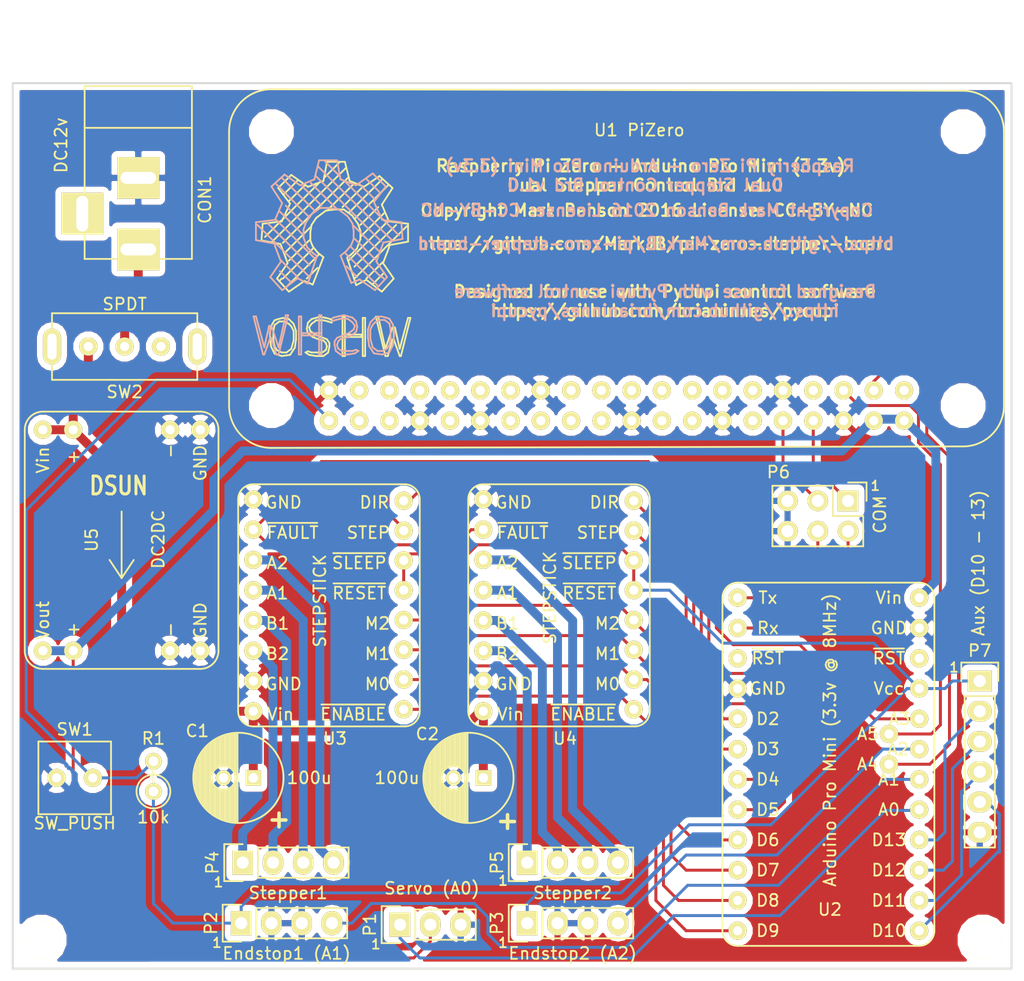
<source format=kicad_pcb>
(kicad_pcb (version 4) (host pcbnew 4.0.2-stable)
  (title_block (title "PiZero Arduino Stepper board") (date 2016-03-14) (rev v1.0) (comment 1 "Copyright Mark Benson 2016") (comment 2 "License: CC-BY-NC"))
  (layers (0 F.Cu signal) (31 B.Cu signal) (34 B.Paste user) (35 F.Paste user) (36 B.SilkS user) (37 F.SilkS user) (38 B.Mask user) (39 F.Mask user) (44 Edge.Cuts user))
  (net 0 "")
  (net 1 GND)
  (net 2 +12V)
  (net 3 "Net-(CON1-Pad3)")
  (net 4 /SERVO)
  (net 5 /VCC)
  (net 6 /ESTOP1)
  (net 7 /ESTOP2)
  (net 8 "Net-(P4-Pad1)")
  (net 9 "Net-(P4-Pad2)")
  (net 10 "Net-(P4-Pad3)")
  (net 11 "Net-(P4-Pad4)")
  (net 12 "Net-(P5-Pad1)")
  (net 13 "Net-(P5-Pad2)")
  (net 14 "Net-(P5-Pad3)")
  (net 15 "Net-(P5-Pad4)")
  (net 16 /PiTx)
  (net 17 /ArdRx)
  (net 18 /PiRx)
  (net 19 /ArdTx)
  (net 20 "Net-(U1-Pad1)")
  (net 21 "Net-(U1-Pad7)")
  (net 22 "Net-(U1-Pad11)")
  (net 23 "Net-(U1-Pad12)")
  (net 24 "Net-(U1-Pad13)")
  (net 25 "Net-(U1-Pad15)")
  (net 26 "Net-(U1-Pad16)")
  (net 27 "Net-(U1-Pad17)")
  (net 28 "Net-(U1-Pad18)")
  (net 29 "Net-(U1-Pad19)")
  (net 30 "Net-(U1-Pad21)")
  (net 31 "Net-(U1-Pad22)")
  (net 32 "Net-(U1-Pad23)")
  (net 33 "Net-(U1-Pad24)")
  (net 34 "Net-(U1-Pad26)")
  (net 35 "Net-(U1-Pad27)")
  (net 36 "Net-(U1-Pad28)")
  (net 37 "Net-(U1-Pad29)")
  (net 38 "Net-(U1-Pad31)")
  (net 39 "Net-(U1-Pad32)")
  (net 40 "Net-(U1-Pad33)")
  (net 41 "Net-(U1-Pad35)")
  (net 42 "Net-(U1-Pad36)")
  (net 43 "Net-(U1-Pad37)")
  (net 44 "Net-(U1-Pad38)")
  (net 45 "Net-(U2-Pad3)")
  (net 46 /DIR2)
  (net 47 /STEP2)
  (net 48 /DIR1)
  (net 49 /STEP1)
  (net 50 /M2)
  (net 51 /M1)
  (net 52 /M0)
  (net 53 /ENABLE)
  (net 54 /FAULT)
  (net 55 "Net-(U2-Pad22)")
  (net 56 /3v3)
  (net 57 /D10)
  (net 58 /D11)
  (net 59 /D12)
  (net 60 /D13)
  (net 61 "Net-(CON1-Pad1)")
  (net 62 /GPIO21)
  (net 63 "Net-(SW2-Pad3)")
  (net 64 /SDA)
  (net 65 /SCL)
  (module custom:BARREL_JACK (layer F.Cu) (at 103.886 71.882 270)
    (fp_text reference CON1 (at 2.032 -5.588 450) (layer F.SilkS))
    (fp_text value DC12v (at -2.54 6.477 270) (layer F.SilkS))
    (pad 1 thru_hole rect (at 6.20014 0 270) (size 3.50012 3.50012) (drill oval 1.00076 2.99974) (layers *.Cu *.Mask F.SilkS) (net 61 "Net-(CON1-Pad1)"))
    (pad 2 thru_hole rect (at 0.20066 0 270) (size 3.50012 3.50012) (drill oval 1.00076 2.99974) (layers *.Cu *.Mask F.SilkS) (net 1 GND))
    (pad 3 thru_hole rect (at 3.2004 4.699 270) (size 3.50012 3.50012) (drill oval 2.99974 1.00076) (layers *.Cu *.Mask F.SilkS) (net 3 "Net-(CON1-Pad3)"))
  )
  (module Capacitors_ThroughHole:C_Radial_D7.5_L11.2_P2.5 (layer F.Cu) (at 113.538 122.428 180)
    (fp_text reference C1 (at 4.699 3.937 360) (layer F.SilkS))
    (fp_text value 100u (at -4.699 0 180) (layer F.SilkS))
    (pad 2 thru_hole circle (at 2.5 0 180) (size 1.3 1.3) (drill 0.8) (layers *.Cu *.Mask F.SilkS) (net 1 GND))
    (pad 1 thru_hole rect (at 0 0 180) (size 1.3 1.3) (drill 0.8) (layers *.Cu *.Mask F.SilkS) (net 2 +12V))
  )
  (module Capacitors_ThroughHole:C_Radial_D7.5_L11.2_P2.5 (layer F.Cu) (at 132.842 122.428 180)
    (fp_text reference C2 (at 4.699 3.683 360) (layer F.SilkS))
    (fp_text value 100u (at 7.239 0 180) (layer F.SilkS))
    (pad 2 thru_hole circle (at 2.5 0 180) (size 1.3 1.3) (drill 0.8) (layers *.Cu *.Mask F.SilkS) (net 1 GND))
    (pad 1 thru_hole rect (at 0 0 180) (size 1.3 1.3) (drill 0.8) (layers *.Cu *.Mask F.SilkS) (net 2 +12V))
  )
  (module Pin_Headers:Pin_Header_Straight_1x03 (layer F.Cu) (at 125.857 134.747 90)
    (fp_text reference P1 (at 0 -2.54 90) (layer F.SilkS))
    (fp_text value "Servo (A0)" (at 3.048 2.667 180) (layer F.SilkS))
    (pad 1 thru_hole rect (at 0 0 90) (size 2.032 1.7272) (drill 1.016) (layers *.Cu *.Mask F.SilkS) (net 4 /SERVO))
    (pad 2 thru_hole oval (at 0 2.54 90) (size 2.032 1.7272) (drill 1.016) (layers *.Cu *.Mask F.SilkS) (net 5 /VCC))
    (pad 3 thru_hole oval (at 0 5.08 90) (size 2.032 1.7272) (drill 1.016) (layers *.Cu *.Mask F.SilkS) (net 1 GND))
  )
  (module Pin_Headers:Pin_Header_Straight_1x04 (layer F.Cu) (at 112.522 134.62 90)
    (fp_text reference P2 (at 0 -2.54 90) (layer F.SilkS))
    (fp_text value "Endstop1 (A1)" (at -2.54 3.81 180) (layer F.SilkS))
    (pad 1 thru_hole rect (at 0 0 90) (size 2.032 1.7272) (drill 1.016) (layers *.Cu *.Mask F.SilkS) (net 56 /3v3))
    (pad 2 thru_hole oval (at 0 2.54 90) (size 2.032 1.7272) (drill 1.016) (layers *.Cu *.Mask F.SilkS) (net 1 GND))
    (pad 3 thru_hole oval (at 0 5.08 90) (size 2.032 1.7272) (drill 1.016) (layers *.Cu *.Mask F.SilkS) (net 1 GND))
    (pad 4 thru_hole oval (at 0 7.62 90) (size 2.032 1.7272) (drill 1.016) (layers *.Cu *.Mask F.SilkS) (net 6 /ESTOP1))
  )
  (module Pin_Headers:Pin_Header_Straight_1x04 (layer F.Cu) (at 136.525 134.62 90)
    (fp_text reference P3 (at 0 -2.54 90) (layer F.SilkS))
    (fp_text value "Endstop2 (A2)" (at -2.54 3.81 180) (layer F.SilkS))
    (pad 1 thru_hole rect (at 0 0 90) (size 2.032 1.7272) (drill 1.016) (layers *.Cu *.Mask F.SilkS) (net 56 /3v3))
    (pad 2 thru_hole oval (at 0 2.54 90) (size 2.032 1.7272) (drill 1.016) (layers *.Cu *.Mask F.SilkS) (net 1 GND))
    (pad 3 thru_hole oval (at 0 5.08 90) (size 2.032 1.7272) (drill 1.016) (layers *.Cu *.Mask F.SilkS) (net 1 GND))
    (pad 4 thru_hole oval (at 0 7.62 90) (size 2.032 1.7272) (drill 1.016) (layers *.Cu *.Mask F.SilkS) (net 7 /ESTOP2))
  )
  (module Pin_Headers:Pin_Header_Straight_1x04 (layer F.Cu) (at 112.649 129.54 90)
    (fp_text reference P4 (at 0 -2.54 90) (layer F.SilkS))
    (fp_text value Stepper1 (at -2.54 3.81 180) (layer F.SilkS))
    (pad 1 thru_hole rect (at 0 0 90) (size 2.032 1.7272) (drill 1.016) (layers *.Cu *.Mask F.SilkS) (net 8 "Net-(P4-Pad1)"))
    (pad 2 thru_hole oval (at 0 2.54 90) (size 2.032 1.7272) (drill 1.016) (layers *.Cu *.Mask F.SilkS) (net 9 "Net-(P4-Pad2)"))
    (pad 3 thru_hole oval (at 0 5.08 90) (size 2.032 1.7272) (drill 1.016) (layers *.Cu *.Mask F.SilkS) (net 10 "Net-(P4-Pad3)"))
    (pad 4 thru_hole oval (at 0 7.62 90) (size 2.032 1.7272) (drill 1.016) (layers *.Cu *.Mask F.SilkS) (net 11 "Net-(P4-Pad4)"))
  )
  (module Pin_Headers:Pin_Header_Straight_1x04 (layer F.Cu) (at 136.525 129.54 90)
    (fp_text reference P5 (at 0 -2.54 90) (layer F.SilkS))
    (fp_text value Stepper2 (at -2.54 3.81 180) (layer F.SilkS))
    (pad 1 thru_hole rect (at 0 0 90) (size 2.032 1.7272) (drill 1.016) (layers *.Cu *.Mask F.SilkS) (net 12 "Net-(P5-Pad1)"))
    (pad 2 thru_hole oval (at 0 2.54 90) (size 2.032 1.7272) (drill 1.016) (layers *.Cu *.Mask F.SilkS) (net 13 "Net-(P5-Pad2)"))
    (pad 3 thru_hole oval (at 0 5.08 90) (size 2.032 1.7272) (drill 1.016) (layers *.Cu *.Mask F.SilkS) (net 14 "Net-(P5-Pad3)"))
    (pad 4 thru_hole oval (at 0 7.62 90) (size 2.032 1.7272) (drill 1.016) (layers *.Cu *.Mask F.SilkS) (net 15 "Net-(P5-Pad4)"))
  )
  (module custom:Stepstick (layer F.Cu) (at 120.396 106.68)
    (fp_text reference U3 (at 0 12.446) (layer F.SilkS))
    (fp_text value STEPSTICK (at -1.27 0.889 90) (layer F.SilkS))
    (fp_text user DIR (at 3.302 -7.366) (layer F.SilkS))
    (fp_text user STEP (at 2.794 -4.826) (layer F.SilkS))
    (fp_text user ~SLEEP (at 2.032 -2.286) (layer F.SilkS))
    (fp_text user ~RESET (at 2.032 0.254) (layer F.SilkS))
    (fp_text user M2 (at 3.556 2.794) (layer F.SilkS))
    (fp_text user M1 (at 3.556 5.334) (layer F.SilkS))
    (fp_text user M0 (at 3.556 7.874) (layer F.SilkS))
    (fp_text user ~ENABLE (at 1.524 10.414) (layer F.SilkS))
    (fp_text user Vin (at -4.572 10.414) (layer F.SilkS))
    (fp_text user GND (at -4.318 7.874) (layer F.SilkS))
    (fp_text user B2 (at -4.826 5.334) (layer F.SilkS))
    (fp_text user B1 (at -4.826 2.794) (layer F.SilkS))
    (fp_text user A1 (at -4.826 0.254) (layer F.SilkS))
    (fp_text user A2 (at -4.826 -2.286) (layer F.SilkS))
    (fp_text user ~FAULT (at -3.556 -4.826) (layer F.SilkS))
    (fp_text user GND (at -4.318 -7.366) (layer F.SilkS))
    (pad 1 thru_hole circle (at -6.858 -7.62) (size 1.524 1.524) (drill 0.762) (layers *.Cu *.Mask F.SilkS) (net 1 GND))
    (pad 2 thru_hole circle (at -6.858 -5.08) (size 1.524 1.524) (drill 0.762) (layers *.Cu *.Mask F.SilkS) (net 54 /FAULT))
    (pad 3 thru_hole circle (at -6.858 -2.54) (size 1.524 1.524) (drill 0.762) (layers *.Cu *.Mask F.SilkS) (net 11 "Net-(P4-Pad4)"))
    (pad 4 thru_hole circle (at -6.858 0) (size 1.524 1.524) (drill 0.762) (layers *.Cu *.Mask F.SilkS) (net 10 "Net-(P4-Pad3)"))
    (pad 5 thru_hole circle (at -6.858 2.54) (size 1.524 1.524) (drill 0.762) (layers *.Cu *.Mask F.SilkS) (net 9 "Net-(P4-Pad2)"))
    (pad 6 thru_hole circle (at -6.858 5.08) (size 1.524 1.524) (drill 0.762) (layers *.Cu *.Mask F.SilkS) (net 8 "Net-(P4-Pad1)"))
    (pad 7 thru_hole circle (at -6.858 7.62) (size 1.524 1.524) (drill 0.762) (layers *.Cu *.Mask F.SilkS) (net 1 GND))
    (pad 8 thru_hole circle (at -6.858 10.16) (size 1.524 1.524) (drill 0.762) (layers *.Cu *.Mask F.SilkS) (net 2 +12V))
    (pad 9 thru_hole circle (at 5.762 10) (size 1.524 1.524) (drill 0.762) (layers *.Cu *.Mask F.SilkS) (net 53 /ENABLE))
    (pad 10 thru_hole circle (at 5.762 7.5) (size 1.524 1.524) (drill 0.762) (layers *.Cu *.Mask F.SilkS) (net 52 /M0))
    (pad 11 thru_hole circle (at 5.762 5) (size 1.524 1.524) (drill 0.762) (layers *.Cu *.Mask F.SilkS) (net 51 /M1))
    (pad 12 thru_hole circle (at 5.762 2.5) (size 1.524 1.524) (drill 0.762) (layers *.Cu *.Mask F.SilkS) (net 50 /M2))
    (pad 13 thru_hole circle (at 5.762 0) (size 1.524 1.524) (drill 0.762) (layers *.Cu *.Mask F.SilkS) (net 56 /3v3))
    (pad 14 thru_hole circle (at 5.762 -2.5) (size 1.524 1.524) (drill 0.762) (layers *.Cu *.Mask F.SilkS) (net 56 /3v3))
    (pad 15 thru_hole circle (at 5.762 -5) (size 1.524 1.524) (drill 0.762) (layers *.Cu *.Mask F.SilkS) (net 49 /STEP1))
    (pad 16 thru_hole circle (at 5.762 -7.5) (size 1.524 1.524) (drill 0.762) (layers *.Cu *.Mask F.SilkS) (net 48 /DIR1))
  )
  (module custom:Stepstick (layer F.Cu) (at 139.7 106.68)
    (fp_text reference U4 (at 0 12.446) (layer F.SilkS))
    (fp_text value STEPSTICK (at -1.27 0.635 90) (layer F.SilkS))
    (fp_text user DIR (at 3.302 -7.366) (layer F.SilkS))
    (fp_text user STEP (at 2.794 -4.826) (layer F.SilkS))
    (fp_text user ~SLEEP (at 2.032 -2.286) (layer F.SilkS))
    (fp_text user ~RESET (at 2.032 0.254) (layer F.SilkS))
    (fp_text user M2 (at 3.556 2.794) (layer F.SilkS))
    (fp_text user M1 (at 3.556 5.334) (layer F.SilkS))
    (fp_text user M0 (at 3.556 7.874) (layer F.SilkS))
    (fp_text user ~ENABLE (at 1.524 10.414) (layer F.SilkS))
    (fp_text user Vin (at -4.572 10.414) (layer F.SilkS))
    (fp_text user GND (at -4.318 7.874) (layer F.SilkS))
    (fp_text user B2 (at -4.826 5.334) (layer F.SilkS))
    (fp_text user B1 (at -4.826 2.794) (layer F.SilkS))
    (fp_text user A1 (at -4.826 0.254) (layer F.SilkS))
    (fp_text user A2 (at -4.826 -2.286) (layer F.SilkS))
    (fp_text user ~FAULT (at -3.556 -4.826) (layer F.SilkS))
    (fp_text user GND (at -4.318 -7.366) (layer F.SilkS))
    (pad 1 thru_hole circle (at -6.858 -7.62) (size 1.524 1.524) (drill 0.762) (layers *.Cu *.Mask F.SilkS) (net 1 GND))
    (pad 2 thru_hole circle (at -6.858 -5.08) (size 1.524 1.524) (drill 0.762) (layers *.Cu *.Mask F.SilkS) (net 54 /FAULT))
    (pad 3 thru_hole circle (at -6.858 -2.54) (size 1.524 1.524) (drill 0.762) (layers *.Cu *.Mask F.SilkS) (net 15 "Net-(P5-Pad4)"))
    (pad 4 thru_hole circle (at -6.858 0) (size 1.524 1.524) (drill 0.762) (layers *.Cu *.Mask F.SilkS) (net 14 "Net-(P5-Pad3)"))
    (pad 5 thru_hole circle (at -6.858 2.54) (size 1.524 1.524) (drill 0.762) (layers *.Cu *.Mask F.SilkS) (net 13 "Net-(P5-Pad2)"))
    (pad 6 thru_hole circle (at -6.858 5.08) (size 1.524 1.524) (drill 0.762) (layers *.Cu *.Mask F.SilkS) (net 12 "Net-(P5-Pad1)"))
    (pad 7 thru_hole circle (at -6.858 7.62) (size 1.524 1.524) (drill 0.762) (layers *.Cu *.Mask F.SilkS) (net 1 GND))
    (pad 8 thru_hole circle (at -6.858 10.16) (size 1.524 1.524) (drill 0.762) (layers *.Cu *.Mask F.SilkS) (net 2 +12V))
    (pad 9 thru_hole circle (at 5.762 10) (size 1.524 1.524) (drill 0.762) (layers *.Cu *.Mask F.SilkS) (net 53 /ENABLE))
    (pad 10 thru_hole circle (at 5.762 7.5) (size 1.524 1.524) (drill 0.762) (layers *.Cu *.Mask F.SilkS) (net 52 /M0))
    (pad 11 thru_hole circle (at 5.762 5) (size 1.524 1.524) (drill 0.762) (layers *.Cu *.Mask F.SilkS) (net 51 /M1))
    (pad 12 thru_hole circle (at 5.762 2.5) (size 1.524 1.524) (drill 0.762) (layers *.Cu *.Mask F.SilkS) (net 50 /M2))
    (pad 13 thru_hole circle (at 5.762 0) (size 1.524 1.524) (drill 0.762) (layers *.Cu *.Mask F.SilkS) (net 56 /3v3))
    (pad 14 thru_hole circle (at 5.762 -2.5) (size 1.524 1.524) (drill 0.762) (layers *.Cu *.Mask F.SilkS) (net 56 /3v3))
    (pad 15 thru_hole circle (at 5.762 -5) (size 1.524 1.524) (drill 0.762) (layers *.Cu *.Mask F.SilkS) (net 47 /STEP2))
    (pad 16 thru_hole circle (at 5.762 -7.5) (size 1.524 1.524) (drill 0.762) (layers *.Cu *.Mask F.SilkS) (net 46 /DIR2))
  )
  (module custom:DSUN_DC2DC (layer F.Cu) (at 102.489 102.616 270)
    (fp_text reference U5 (at -0.1524 2.5146 270) (layer F.SilkS))
    (fp_text value DC2DC (at -0.2032 -3.0734 270) (layer F.SilkS))
    (fp_text user - (at -7.62 -4.064 270) (layer F.SilkS))
    (fp_text user - (at 7.366 -4.064 270) (layer F.SilkS))
    (fp_text user + (at 7.366 4.064 270) (layer F.SilkS))
    (fp_text user + (at -7.112 4.064 270) (layer F.SilkS))
    (fp_text user Vout (at 6.604 6.604 270) (layer F.SilkS))
    (fp_text user Vin (at -6.858 6.604 270) (layer F.SilkS))
    (fp_text user GND (at 6.604 -6.604 270) (layer F.SilkS))
    (fp_text user GND (at -6.604 -6.604 270) (layer F.SilkS))
    (pad 1 thru_hole circle (at -9.398 -6.604 270) (size 1.524 1.524) (drill 0.762) (layers *.Cu *.Mask F.SilkS) (net 1 GND))
    (pad 2 thru_hole circle (at -9.398 -4.064 270) (size 1.524 1.524) (drill 0.762) (layers *.Cu *.Mask F.SilkS) (net 1 GND))
    (pad 3 thru_hole circle (at -9.398 4.064 270) (size 1.524 1.524) (drill 0.762) (layers *.Cu *.Mask F.SilkS) (net 2 +12V))
    (pad 4 thru_hole circle (at -9.398 6.604 270) (size 1.524 1.524) (drill 0.762) (layers *.Cu *.Mask F.SilkS) (net 2 +12V))
    (pad 8 thru_hole circle (at 9.144 -6.604 270) (size 1.524 1.524) (drill 0.762) (layers *.Cu *.Mask F.SilkS) (net 1 GND))
    (pad 7 thru_hole circle (at 9.144 -4.064 270) (size 1.524 1.524) (drill 0.762) (layers *.Cu *.Mask F.SilkS) (net 1 GND))
    (pad 6 thru_hole circle (at 9.144 4.064 270) (size 1.524 1.524) (drill 0.762) (layers *.Cu *.Mask F.SilkS) (net 5 /VCC))
    (pad 5 thru_hole circle (at 9.144 6.604 270) (size 1.524 1.524) (drill 0.762) (layers *.Cu *.Mask F.SilkS) (net 5 /VCC))
  )
  (module Mounting_Holes:MountingHole_3.2mm_M3 (layer F.Cu) (at 95.758 136.017)
    (fp_text reference M3_1 hide)
    (fp_text value MountingHole_3.2mm_M3 hide)
    (pad 1 np_thru_hole circle (at 0 0) (size 3.2 3.2) (drill 3.2) (layers *.Cu *.Mask F.SilkS))
  )
  (module Mounting_Holes:MountingHole_3.2mm_M3 (layer F.Cu) (at 174.752 136.017)
    (fp_text reference M3_2 hide)
    (fp_text value MountingHole_3.2mm_M3 hide)
    (pad 1 np_thru_hole circle (at 0 0) (size 3.2 3.2) (drill 3.2) (layers *.Cu *.Mask F.SilkS))
  )
  (module Pin_Headers:Pin_Header_Straight_1x06 (layer F.Cu) (at 174.498 114.3)
    (fp_text reference P7 (at 0 -2.54 180) (layer F.SilkS))
    (fp_text value "Aux (D10 - 13)" (at -0.127 -9.906 270) (layer F.SilkS))
    (pad 1 thru_hole rect (at 0 0) (size 2.032 1.7272) (drill 1.016) (layers *.Cu *.Mask F.SilkS) (net 56 /3v3))
    (pad 2 thru_hole oval (at 0 2.54) (size 2.032 1.7272) (drill 1.016) (layers *.Cu *.Mask F.SilkS) (net 57 /D10))
    (pad 3 thru_hole oval (at 0 5.08) (size 2.032 1.7272) (drill 1.016) (layers *.Cu *.Mask F.SilkS) (net 58 /D11))
    (pad 4 thru_hole oval (at 0 7.62) (size 2.032 1.7272) (drill 1.016) (layers *.Cu *.Mask F.SilkS) (net 59 /D12))
    (pad 5 thru_hole oval (at 0 10.16) (size 2.032 1.7272) (drill 1.016) (layers *.Cu *.Mask F.SilkS) (net 60 /D13))
    (pad 6 thru_hole oval (at 0 12.7) (size 2.032 1.7272) (drill 1.016) (layers *.Cu *.Mask F.SilkS) (net 1 GND))
  )
  (module custom:TactSw (layer F.Cu) (at 98.552 122.428 180)
    (fp_text reference SW1 (at 0 4.064 180) (layer F.SilkS))
    (fp_text value SW_PUSH (at 0 -3.81 180) (layer F.SilkS))
    (pad 2 thru_hole circle (at 1.524 0 180) (size 1.524 1.524) (drill 0.762) (layers *.Cu *.Mask F.SilkS) (net 1 GND))
    (pad 1 thru_hole circle (at -1.524 0 180) (size 1.524 1.524) (drill 0.762) (layers *.Cu *.Mask F.SilkS) (net 62 /GPIO21))
  )
  (module custom:SlideSw (layer F.Cu) (at 102.743 86.233)
    (fp_text reference SW2 (at 0 3.81) (layer F.SilkS))
    (fp_text value SPDT (at 0 -3.556) (layer F.SilkS))
    (pad 5 thru_hole oval (at 6.096 0) (size 1.524 3) (drill oval 0.762 2.2) (layers *.Cu *.Mask F.SilkS))
    (pad 2 thru_hole circle (at 0 0) (size 1.524 1.524) (drill 0.762) (layers *.Cu *.Mask F.SilkS) (net 61 "Net-(CON1-Pad1)"))
    (pad 3 thru_hole circle (at 3.048 0) (size 1.524 1.524) (drill 0.762) (layers *.Cu *.Mask F.SilkS) (net 63 "Net-(SW2-Pad3)"))
    (pad 1 thru_hole circle (at -3.048 0) (size 1.524 1.524) (drill 0.762) (layers *.Cu *.Mask F.SilkS) (net 2 +12V))
    (pad 4 thru_hole oval (at -6.096 0) (size 1.524 3) (drill oval 0.762 2.2) (layers *.Cu *.Mask F.SilkS))
  )
  (module custom:Pi_Zero (layer F.Cu) (at 144.018 81.534 180)
    (fp_text reference U1 (at 0.889 13.462 180) (layer F.SilkS))
    (fp_text value PiZero (at -3.302 13.462 180) (layer F.SilkS))
    (pad 1 thru_hole circle (at -24.13 -8.382 180) (size 1.524 1.524) (drill 0.762) (layers *.Cu *.Mask F.SilkS) (net 20 "Net-(U1-Pad1)"))
    (pad 2 thru_hole circle (at -24.13 -10.922 180) (size 1.524 1.524) (drill 0.762) (layers *.Cu *.Mask F.SilkS) (net 5 /VCC))
    (pad 3 thru_hole circle (at -21.59 -8.382 180) (size 1.524 1.524) (drill 0.762) (layers *.Cu *.Mask F.SilkS) (net 64 /SDA))
    (pad 4 thru_hole circle (at -21.59 -10.922 180) (size 1.524 1.524) (drill 0.762) (layers *.Cu *.Mask F.SilkS) (net 5 /VCC))
    (pad 5 thru_hole circle (at -19.05 -8.382 180) (size 1.524 1.524) (drill 0.762) (layers *.Cu *.Mask F.SilkS) (net 65 /SCL))
    (pad 6 thru_hole circle (at -19.05 -10.922 180) (size 1.524 1.524) (drill 0.762) (layers *.Cu *.Mask F.SilkS) (net 1 GND))
    (pad 7 thru_hole circle (at -16.51 -8.382 180) (size 1.524 1.524) (drill 0.762) (layers *.Cu *.Mask F.SilkS) (net 21 "Net-(U1-Pad7)"))
    (pad 8 thru_hole circle (at -16.51 -10.922 180) (size 1.524 1.524) (drill 0.762) (layers *.Cu *.Mask F.SilkS) (net 16 /PiTx))
    (pad 9 thru_hole circle (at -13.97 -8.382 180) (size 1.524 1.524) (drill 0.762) (layers *.Cu *.Mask F.SilkS) (net 1 GND))
    (pad 10 thru_hole circle (at -13.97 -10.922 180) (size 1.524 1.524) (drill 0.762) (layers *.Cu *.Mask F.SilkS) (net 18 /PiRx))
    (pad 11 thru_hole circle (at -11.43 -8.382 180) (size 1.524 1.524) (drill 0.762) (layers *.Cu *.Mask F.SilkS) (net 22 "Net-(U1-Pad11)"))
    (pad 12 thru_hole circle (at -11.43 -10.922 180) (size 1.524 1.524) (drill 0.762) (layers *.Cu *.Mask F.SilkS) (net 23 "Net-(U1-Pad12)"))
    (pad 13 thru_hole circle (at -8.89 -8.382 180) (size 1.524 1.524) (drill 0.762) (layers *.Cu *.Mask F.SilkS) (net 24 "Net-(U1-Pad13)"))
    (pad 14 thru_hole circle (at -8.89 -10.922 180) (size 1.524 1.524) (drill 0.762) (layers *.Cu *.Mask F.SilkS) (net 1 GND))
    (pad 15 thru_hole circle (at -6.35 -8.382 180) (size 1.524 1.524) (drill 0.762) (layers *.Cu *.Mask F.SilkS) (net 25 "Net-(U1-Pad15)"))
    (pad 16 thru_hole circle (at -6.35 -10.922 180) (size 1.524 1.524) (drill 0.762) (layers *.Cu *.Mask F.SilkS) (net 26 "Net-(U1-Pad16)"))
    (pad 17 thru_hole circle (at -3.81 -8.382 180) (size 1.524 1.524) (drill 0.762) (layers *.Cu *.Mask F.SilkS) (net 27 "Net-(U1-Pad17)"))
    (pad 18 thru_hole circle (at -3.81 -10.922 180) (size 1.524 1.524) (drill 0.762) (layers *.Cu *.Mask F.SilkS) (net 28 "Net-(U1-Pad18)"))
    (pad 19 thru_hole circle (at -1.27 -8.382 180) (size 1.524 1.524) (drill 0.762) (layers *.Cu *.Mask F.SilkS) (net 29 "Net-(U1-Pad19)"))
    (pad 20 thru_hole circle (at -1.27 -10.922 180) (size 1.524 1.524) (drill 0.762) (layers *.Cu *.Mask F.SilkS) (net 1 GND))
    (pad 21 thru_hole circle (at 1.27 -8.382 180) (size 1.524 1.524) (drill 0.762) (layers *.Cu *.Mask F.SilkS) (net 30 "Net-(U1-Pad21)"))
    (pad 22 thru_hole circle (at 1.27 -10.922 180) (size 1.524 1.524) (drill 0.762) (layers *.Cu *.Mask F.SilkS) (net 31 "Net-(U1-Pad22)"))
    (pad 23 thru_hole circle (at 3.81 -8.382 180) (size 1.524 1.524) (drill 0.762) (layers *.Cu *.Mask F.SilkS) (net 32 "Net-(U1-Pad23)"))
    (pad 24 thru_hole circle (at 3.81 -10.922 180) (size 1.524 1.524) (drill 0.762) (layers *.Cu *.Mask F.SilkS) (net 33 "Net-(U1-Pad24)"))
    (pad 25 thru_hole circle (at 6.35 -8.382 180) (size 1.524 1.524) (drill 0.762) (layers *.Cu *.Mask F.SilkS) (net 1 GND))
    (pad 26 thru_hole circle (at 6.35 -10.922 180) (size 1.524 1.524) (drill 0.762) (layers *.Cu *.Mask F.SilkS) (net 34 "Net-(U1-Pad26)"))
    (pad 27 thru_hole circle (at 8.89 -8.382 180) (size 1.524 1.524) (drill 0.762) (layers *.Cu *.Mask F.SilkS) (net 35 "Net-(U1-Pad27)"))
    (pad 28 thru_hole circle (at 8.89 -10.922 180) (size 1.524 1.524) (drill 0.762) (layers *.Cu *.Mask F.SilkS) (net 36 "Net-(U1-Pad28)"))
    (pad 29 thru_hole circle (at 11.43 -8.382 180) (size 1.524 1.524) (drill 0.762) (layers *.Cu *.Mask F.SilkS) (net 37 "Net-(U1-Pad29)"))
    (pad 30 thru_hole circle (at 11.43 -10.922 180) (size 1.524 1.524) (drill 0.762) (layers *.Cu *.Mask F.SilkS) (net 1 GND))
    (pad 31 thru_hole circle (at 13.97 -8.382 180) (size 1.524 1.524) (drill 0.762) (layers *.Cu *.Mask F.SilkS) (net 38 "Net-(U1-Pad31)"))
    (pad 32 thru_hole circle (at 13.97 -10.922 180) (size 1.524 1.524) (drill 0.762) (layers *.Cu *.Mask F.SilkS) (net 39 "Net-(U1-Pad32)"))
    (pad 33 thru_hole circle (at 16.51 -8.382 180) (size 1.524 1.524) (drill 0.762) (layers *.Cu *.Mask F.SilkS) (net 40 "Net-(U1-Pad33)"))
    (pad 34 thru_hole circle (at 16.51 -10.922 180) (size 1.524 1.524) (drill 0.762) (layers *.Cu *.Mask F.SilkS) (net 1 GND))
    (pad 35 thru_hole circle (at 19.05 -8.382 180) (size 1.524 1.524) (drill 0.762) (layers *.Cu *.Mask F.SilkS) (net 41 "Net-(U1-Pad35)"))
    (pad 36 thru_hole circle (at 19.05 -10.922 180) (size 1.524 1.524) (drill 0.762) (layers *.Cu *.Mask F.SilkS) (net 42 "Net-(U1-Pad36)"))
    (pad 37 thru_hole circle (at 21.59 -8.382 180) (size 1.524 1.524) (drill 0.762) (layers *.Cu *.Mask F.SilkS) (net 43 "Net-(U1-Pad37)"))
    (pad 38 thru_hole circle (at 21.59 -10.922 180) (size 1.524 1.524) (drill 0.762) (layers *.Cu *.Mask F.SilkS) (net 44 "Net-(U1-Pad38)"))
    (pad 39 thru_hole circle (at 24.13 -8.382 180) (size 1.524 1.524) (drill 0.762) (layers *.Cu *.Mask F.SilkS) (net 1 GND))
    (pad 40 thru_hole circle (at 24.13 -10.922 180) (size 1.524 1.524) (drill 0.762) (layers *.Cu *.Mask F.SilkS) (net 62 /GPIO21))
    (pad "" np_thru_hole circle (at -29.083 -9.652 180) (size 2.75 2.75) (drill 2.75) (layers *.Cu *.Mask F.SilkS))
    (pad "" np_thru_hole circle (at 28.956 -9.652 180) (size 2.75 2.75) (drill 2.75) (layers *.Cu *.Mask F.SilkS))
    (pad "" np_thru_hole circle (at -29.083 13.335 180) (size 2.75 2.75) (drill 2.75) (layers *.Cu *.Mask F.SilkS))
    (pad "" np_thru_hole circle (at 28.956 13.335 180) (size 2.75 2.75) (drill 2.75) (layers *.Cu *.Mask F.SilkS))
  )
  (module Discret:R1 (layer F.Cu) (at 105.156 122.301 90)
    (fp_text reference R1 (at 3.175 0 180) (layer F.SilkS))
    (fp_text value 10k (at -3.429 0 180) (layer F.SilkS))
    (pad 1 thru_hole circle (at -1.27 0 90) (size 1.397 1.397) (drill 0.8128) (layers *.Cu *.Mask F.SilkS) (net 56 /3v3))
    (pad 2 thru_hole circle (at 1.27 0 90) (size 1.397 1.397) (drill 0.8128) (layers *.Cu *.Mask F.SilkS) (net 62 /GPIO21))
  )
  (module Pin_Headers:Pin_Header_Straight_2x03 (layer F.Cu) (at 163.449 99.187 270)
    (fp_text reference P6 (at -2.413 5.842 360) (layer F.SilkS))
    (fp_text value COM (at 1.143 -2.667 270) (layer F.SilkS))
    (pad 1 thru_hole rect (at 0 0 270) (size 1.7272 1.7272) (drill 1.016) (layers *.Cu *.Mask F.SilkS) (net 16 /PiTx))
    (pad 2 thru_hole oval (at 2.54 0 270) (size 1.7272 1.7272) (drill 1.016) (layers *.Cu *.Mask F.SilkS) (net 17 /ArdRx))
    (pad 3 thru_hole oval (at 0 2.54 270) (size 1.7272 1.7272) (drill 1.016) (layers *.Cu *.Mask F.SilkS) (net 18 /PiRx))
    (pad 4 thru_hole oval (at 2.54 2.54 270) (size 1.7272 1.7272) (drill 1.016) (layers *.Cu *.Mask F.SilkS) (net 19 /ArdTx))
    (pad 5 thru_hole oval (at 0 5.08 270) (size 1.7272 1.7272) (drill 1.016) (layers *.Cu *.Mask F.SilkS) (net 1 GND))
    (pad 6 thru_hole oval (at 2.54 5.08 270) (size 1.7272 1.7272) (drill 1.016) (layers *.Cu *.Mask F.SilkS) (net 1 GND))
  )
  (module custom:Arduino_Pro_Mini (layer F.Cu) (at 161.798 121.285)
    (fp_text reference U2 (at 0.127 12.192) (layer F.SilkS))
    (fp_text value Arduino_Pro_Mini_3v3_8MHz)
    (fp_text user A5 (at 3.302 -2.54) (layer F.SilkS))
    (fp_text user A4 (at 3.302 0) (layer F.SilkS))
    (fp_text user "Arduino Pro Mini (3.3v @ 8MHz)" (at 0.127 -2.032 90) (layer F.SilkS))
    (fp_text user Vin (at 5.08 -13.97) (layer F.SilkS))
    (fp_text user GND (at 5.08 -11.43) (layer F.SilkS))
    (fp_text user ~RST (at 5.08 -8.89) (layer F.SilkS))
    (fp_text user Vcc (at 5.08 -6.35) (layer F.SilkS))
    (fp_text user A3 (at 5.969 -3.81) (layer F.SilkS))
    (fp_text user A2 (at 5.842 -1.27) (layer F.SilkS))
    (fp_text user A1 (at 5.08 1.27) (layer F.SilkS))
    (fp_text user A0 (at 5.08 3.81) (layer F.SilkS))
    (fp_text user D13 (at 5.08 6.35) (layer F.SilkS))
    (fp_text user D12 (at 5.08 8.89) (layer F.SilkS))
    (fp_text user D11 (at 5.08 11.43) (layer F.SilkS))
    (fp_text user D10 (at 5.08 13.97) (layer F.SilkS))
    (fp_text user D9 (at -5.08 13.97) (layer F.SilkS))
    (fp_text user D8 (at -5.08 11.43) (layer F.SilkS))
    (fp_text user D7 (at -5.08 8.89) (layer F.SilkS))
    (fp_text user D6 (at -5.08 6.35) (layer F.SilkS))
    (fp_text user D5 (at -5.08 3.81) (layer F.SilkS))
    (fp_text user D4 (at -5.08 1.27) (layer F.SilkS))
    (fp_text user D3 (at -5.08 -1.27) (layer F.SilkS))
    (fp_text user D2 (at -5.08 -3.81) (layer F.SilkS))
    (fp_text user GND (at -5.08 -6.35) (layer F.SilkS))
    (fp_text user ~RST (at -5.08 -8.89) (layer F.SilkS))
    (fp_text user Rx (at -5.08 -11.43) (layer F.SilkS))
    (fp_text user Tx (at -5.08 -13.97) (layer F.SilkS))
    (pad 1 thru_hole circle (at -7.62 -13.97) (size 1.524 1.524) (drill 0.762) (layers *.Cu *.Mask F.SilkS) (net 19 /ArdTx))
    (pad 2 thru_hole circle (at -7.62 -11.43) (size 1.524 1.524) (drill 0.762) (layers *.Cu *.Mask F.SilkS) (net 17 /ArdRx))
    (pad 3 thru_hole circle (at -7.62 -8.89) (size 1.524 1.524) (drill 0.762) (layers *.Cu *.Mask F.SilkS) (net 45 "Net-(U2-Pad3)"))
    (pad 4 thru_hole circle (at -7.62 -6.35) (size 1.524 1.524) (drill 0.762) (layers *.Cu *.Mask F.SilkS) (net 1 GND))
    (pad 5 thru_hole circle (at -7.62 -3.81) (size 1.524 1.524) (drill 0.762) (layers *.Cu *.Mask F.SilkS) (net 46 /DIR2))
    (pad 6 thru_hole circle (at -7.62 -1.27) (size 1.524 1.524) (drill 0.762) (layers *.Cu *.Mask F.SilkS) (net 47 /STEP2))
    (pad 7 thru_hole circle (at -7.62 1.27) (size 1.524 1.524) (drill 0.762) (layers *.Cu *.Mask F.SilkS) (net 48 /DIR1))
    (pad 8 thru_hole circle (at -7.62 3.81) (size 1.524 1.524) (drill 0.762) (layers *.Cu *.Mask F.SilkS) (net 49 /STEP1))
    (pad 9 thru_hole circle (at -7.62 6.35) (size 1.524 1.524) (drill 0.762) (layers *.Cu *.Mask F.SilkS) (net 50 /M2))
    (pad 10 thru_hole circle (at -7.62 8.89) (size 1.524 1.524) (drill 0.762) (layers *.Cu *.Mask F.SilkS) (net 51 /M1))
    (pad 11 thru_hole circle (at -7.62 11.43) (size 1.524 1.524) (drill 0.762) (layers *.Cu *.Mask F.SilkS) (net 52 /M0))
    (pad 12 thru_hole circle (at -7.62 13.97) (size 1.524 1.524) (drill 0.762) (layers *.Cu *.Mask F.SilkS) (net 53 /ENABLE))
    (pad 13 thru_hole circle (at 7.62 13.97) (size 1.524 1.524) (drill 0.762) (layers *.Cu *.Mask F.SilkS) (net 60 /D13))
    (pad 14 thru_hole circle (at 7.62 11.43) (size 1.524 1.524) (drill 0.762) (layers *.Cu *.Mask F.SilkS) (net 59 /D12))
    (pad 15 thru_hole circle (at 7.62 8.89) (size 1.524 1.524) (drill 0.762) (layers *.Cu *.Mask F.SilkS) (net 58 /D11))
    (pad 16 thru_hole circle (at 7.62 6.35) (size 1.524 1.524) (drill 0.762) (layers *.Cu *.Mask F.SilkS) (net 57 /D10))
    (pad 17 thru_hole circle (at 7.62 3.81) (size 1.524 1.524) (drill 0.762) (layers *.Cu *.Mask F.SilkS) (net 4 /SERVO))
    (pad 18 thru_hole circle (at 7.62 1.27) (size 1.524 1.524) (drill 0.762) (layers *.Cu *.Mask F.SilkS) (net 6 /ESTOP1))
    (pad 19 thru_hole circle (at 7.62 -1.27) (size 1.524 1.524) (drill 0.762) (layers *.Cu *.Mask F.SilkS) (net 7 /ESTOP2))
    (pad 20 thru_hole circle (at 7.62 -3.81) (size 1.524 1.524) (drill 0.762) (layers *.Cu *.Mask F.SilkS) (net 54 /FAULT))
    (pad 21 thru_hole circle (at 7.62 -6.35) (size 1.524 1.524) (drill 0.762) (layers *.Cu *.Mask F.SilkS) (net 56 /3v3))
    (pad 22 thru_hole circle (at 7.62 -8.89) (size 1.524 1.524) (drill 0.762) (layers *.Cu *.Mask F.SilkS) (net 55 "Net-(U2-Pad22)"))
    (pad 23 thru_hole circle (at 7.62 -11.43) (size 1.524 1.524) (drill 0.762) (layers *.Cu *.Mask F.SilkS) (net 1 GND))
    (pad 24 thru_hole circle (at 7.62 -13.97) (size 1.524 1.524) (drill 0.762) (layers *.Cu *.Mask F.SilkS) (net 5 /VCC))
    (pad 25 thru_hole circle (at 5.08 0) (size 1.524 1.524) (drill 0.762) (layers *.Cu *.Mask F.SilkS) (net 64 /SDA))
    (pad 26 thru_hole circle (at 5.08 -2.54) (size 1.524 1.524) (drill 0.762) (layers *.Cu *.Mask F.SilkS) (net 65 /SCL))
  )
  (module Symbols:Symbol_OSHW-Logo_SilkScreen_BIG (layer B.Cu) (at 119.761 57.404 180)
    (fp_text reference REF** hide)
    (fp_text value Symbol_OSHW-Logo_SilkScreen_BIG)
  )
  (module Symbols:Symbol_OSHW-Logo_SilkScreen_BIG (layer F.Cu) (at 120.523 57.531)
    (fp_text reference REF** hide)
    (fp_text value Symbol_OSHW-Logo_SilkScreen_BIG)
  )
  (gr_text "Designed for use with Pycupi control software\nhttps://github.com/brianinnes/pycupi" (at 148.082 82.423) (layer F.SilkS) (effects (font (size 1 1) (thickness 0.2))))
  (gr_text https://github.com/MarkJB/pi-zero-stepper-board (at 147.32 77.597) (layer F.SilkS) (effects (font (size 1 1) (thickness 0.2))))
  (gr_text "Copyright Mark Benson 2016 License: CC-BY-NC" (at 146.558 74.803) (layer F.SilkS) (effects (font (size 1 1) (thickness 0.2))))
  (gr_text "Raspberry Pi Zero - Arduino Pro Mini (3.3v) \nDual Stepper Control Brd v1.0" (at 146.431 71.882) (layer F.SilkS) (effects (font (size 1 1) (thickness 0.2))))
  (gr_text "Designed for use with Pycupi control software\nhttps://github.com/brianinnes/pycupi" (at 148.082 82.423) (layer B.SilkS) (effects (font (size 1 1) (thickness 0.2)) (justify mirror)))
  (gr_text 1 (at 110.617 131.191) (layer F.SilkS) (effects (font (size 0.8 0.8))))
  (gr_text 1 (at 110.49 136.271) (layer F.SilkS) (effects (font (size 0.8 0.8))))
  (gr_text 1 (at 123.825 136.398) (layer F.SilkS) (effects (font (size 0.8 0.8))))
  (gr_text 1 (at 134.493 131.064) (layer F.SilkS) (effects (font (size 0.8 0.8))))
  (gr_text 1 (at 134.493 136.271) (layer F.SilkS) (effects (font (size 0.8 0.8))))
  (gr_text 1 (at 172.339 113.157) (layer F.SilkS) (effects (font (size 0.8 0.8))))
  (gr_text 1 (at 165.735 97.917) (layer F.SilkS) (effects (font (size 0.8 0.8))))
  (gr_text DSUN (at 102.235 97.917) (layer F.SilkS) (effects (font (size 1.5 1.2) (thickness 0.25))))
  (gr_text + (at 115.697 125.857) (layer F.SilkS) (effects (font (size 1.5 1.5) (thickness 0.3))))
  (gr_text + (at 134.874 125.984) (layer F.SilkS) (effects (font (size 1.5 1.5) (thickness 0.3))))
  (gr_text https://github.com/MarkJB/pi-zero-stepper-board (at 147.32 77.597) (layer B.SilkS) (effects (font (size 1 1) (thickness 0.2)) (justify mirror)))
  (gr_text "Copyright Mark Benson 2016 License: CC-BY-NC" (at 146.558 74.803) (layer B.SilkS) (effects (font (size 1 1) (thickness 0.2)) (justify mirror)))
  (gr_text "Raspberry Pi Zero - Arduino Pro Mini (3.3v) \nDual Stepper Control Brd v1.0" (at 146.431 71.882) (layer B.SilkS) (effects (font (size 1 1) (thickness 0.2)) (justify mirror)))
  (gr_line (start 177.165 64.135) (end 177.165 138.43) (angle 90) (layer Edge.Cuts) (width 0.15))
  (gr_line (start 177.165 64.135) (end 93.345 64.135) (angle 90) (layer Edge.Cuts) (width 0.15))
  (gr_line (start 172.72 138.43) (end 177.165 138.43) (angle 90) (layer Edge.Cuts) (width 0.15))
  (gr_line (start 93.345 138.43) (end 172.72 138.43) (angle 90) (layer Edge.Cuts) (width 0.15))
  (gr_line (start 93.345 64.135) (end 93.345 138.43) (angle 90) (layer Edge.Cuts) (width 0.15))
  (segment (start 98.425 93.218) (end 98.425 91.059) (width 0.75) (layer F.Cu) (net 2))
  (segment (start 99.695 89.789) (end 99.695 86.233) (width 0.75) (layer F.Cu) (net 2))
  (segment (start 98.425 91.059) (end 99.695 89.789) (width 0.75) (layer F.Cu) (net 2))
  (segment (start 95.885 93.218) (end 98.425 93.218) (width 0.75) (layer F.Cu) (net 2))
  (segment (start 98.425 93.218) (end 102.489 97.282) (width 0.75) (layer F.Cu) (net 2))
  (segment (start 102.489 97.282) (end 102.489 113.665) (width 0.75) (layer F.Cu) (net 2))
  (segment (start 102.489 113.665) (end 105.664 116.84) (width 0.75) (layer F.Cu) (net 2))
  (segment (start 105.664 116.84) (end 113.538 116.84) (width 0.75) (layer F.Cu) (net 2))
  (segment (start 132.842 116.84) (end 132.842 122.428) (width 0.75) (layer F.Cu) (net 2))
  (segment (start 113.538 116.84) (end 113.538 122.428) (width 0.75) (layer F.Cu) (net 2))
  (segment (start 132.842 116.84) (end 132.588 116.84) (width 0.75) (layer F.Cu) (net 2))
  (segment (start 132.588 116.84) (end 130.937 118.491) (width 0.75) (layer F.Cu) (net 2))
  (segment (start 115.189 118.491) (end 113.538 116.84) (width 0.75) (layer F.Cu) (net 2))
  (segment (start 130.937 118.491) (end 115.189 118.491) (width 0.75) (layer F.Cu) (net 2))
  (segment (start 125.857 134.747) (end 125.857 135.89) (width 0.25) (layer B.Cu) (net 4))
  (segment (start 166.5605 125.1585) (end 169.3545 125.1585) (width 0.25) (layer B.Cu) (net 4))
  (segment (start 169.3545 125.1585) (end 169.418 125.095) (width 0.25) (layer B.Cu) (net 4))
  (segment (start 166.5605 125.1585) (end 157.734 133.985) (width 0.25) (layer B.Cu) (net 4))
  (segment (start 157.734 133.985) (end 148.844 133.985) (width 0.25) (layer B.Cu) (net 4))
  (segment (start 148.844 133.985) (end 145.288 137.541) (width 0.25) (layer B.Cu) (net 4))
  (segment (start 145.288 137.541) (end 127.508 137.541) (width 0.25) (layer B.Cu) (net 4))
  (segment (start 125.857 135.89) (end 127.508 137.541) (width 0.25) (layer B.Cu) (net 4))
  (segment (start 127 137.541) (end 105.664 137.541) (width 0.25) (layer F.Cu) (net 5))
  (segment (start 105.664 137.541) (end 98.425 130.302) (width 0.25) (layer F.Cu) (net 5))
  (segment (start 128.397 136.144) (end 127 137.541) (width 0.25) (layer F.Cu) (net 5))
  (segment (start 98.425 111.76) (end 98.425 113.538) (width 0.25) (layer F.Cu) (net 5))
  (segment (start 95.885 111.76) (end 98.425 111.76) (width 0.75) (layer B.Cu) (net 5))
  (segment (start 98.425 111.76) (end 110.236 99.949) (width 0.75) (layer B.Cu) (net 5))
  (segment (start 110.236 99.949) (end 110.236 97.409) (width 0.75) (layer B.Cu) (net 5))
  (segment (start 110.236 97.409) (end 112.649 94.996) (width 0.75) (layer B.Cu) (net 5))
  (segment (start 98.425 130.302) (end 98.425 113.538) (width 0.25) (layer F.Cu) (net 5))
  (segment (start 128.397 134.747) (end 128.397 136.144) (width 0.25) (layer F.Cu) (net 5))
  (segment (start 162.941 94.996) (end 165.608 92.329) (width 0.75) (layer B.Cu) (net 5))
  (segment (start 112.649 94.996) (end 162.941 94.996) (width 0.75) (layer B.Cu) (net 5))
  (segment (start 169.418 107.315) (end 170.815 105.918) (width 0.75) (layer B.Cu) (net 5))
  (segment (start 165.608 92.329) (end 168.148 92.329) (width 0.75) (layer B.Cu) (net 5))
  (segment (start 168.148 92.329) (end 170.815 94.996) (width 0.75) (layer B.Cu) (net 5))
  (segment (start 170.815 94.996) (end 170.815 105.918) (width 0.75) (layer B.Cu) (net 5))
  (segment (start 166.624 122.555) (end 169.418 122.555) (width 0.25) (layer B.Cu) (net 6))
  (segment (start 120.142 134.62) (end 121.793 134.62) (width 0.25) (layer B.Cu) (net 6))
  (segment (start 133.223 135.509) (end 134.366 136.652) (width 0.25) (layer B.Cu) (net 6))
  (segment (start 133.223 134.112) (end 133.223 135.509) (width 0.25) (layer B.Cu) (net 6))
  (segment (start 132.08 132.969) (end 133.223 134.112) (width 0.25) (layer B.Cu) (net 6))
  (segment (start 123.444 132.969) (end 132.08 132.969) (width 0.25) (layer B.Cu) (net 6))
  (segment (start 121.793 134.62) (end 123.444 132.969) (width 0.25) (layer B.Cu) (net 6))
  (segment (start 120.142 134.62) (end 120.142 135.001) (width 0.25) (layer B.Cu) (net 6))
  (segment (start 134.366 136.652) (end 144.78 136.652) (width 0.25) (layer B.Cu) (net 6))
  (segment (start 166.497 122.555) (end 166.624 122.555) (width 0.25) (layer B.Cu) (net 6))
  (segment (start 157.607 131.445) (end 166.497 122.555) (width 0.25) (layer B.Cu) (net 6))
  (segment (start 149.987 131.445) (end 157.607 131.445) (width 0.25) (layer B.Cu) (net 6))
  (segment (start 144.78 136.652) (end 149.987 131.445) (width 0.25) (layer B.Cu) (net 6))
  (segment (start 166.37 120.015) (end 169.418 120.015) (width 0.25) (layer B.Cu) (net 7))
  (segment (start 149.86 128.905) (end 144.145 134.62) (width 0.25) (layer B.Cu) (net 7))
  (segment (start 157.48 128.905) (end 149.86 128.905) (width 0.25) (layer B.Cu) (net 7))
  (segment (start 166.37 120.015) (end 157.48 128.905) (width 0.25) (layer B.Cu) (net 7))
  (segment (start 112.649 129.54) (end 112.649 127) (width 0.75) (layer B.Cu) (net 8))
  (segment (start 115.189 113.157) (end 113.792 111.76) (width 0.75) (layer B.Cu) (net 8))
  (segment (start 115.189 124.46) (end 115.189 113.157) (width 0.75) (layer B.Cu) (net 8))
  (segment (start 112.649 127) (end 115.189 124.46) (width 0.75) (layer B.Cu) (net 8))
  (segment (start 113.792 111.76) (end 113.538 111.76) (width 0.75) (layer B.Cu) (net 8))
  (segment (start 113.538 109.22) (end 114.554 109.22) (width 0.75) (layer B.Cu) (net 9))
  (segment (start 115.189 127.254) (end 115.189 129.54) (width 0.75) (layer B.Cu) (net 9))
  (segment (start 116.332 126.111) (end 115.189 127.254) (width 0.75) (layer B.Cu) (net 9))
  (segment (start 116.332 110.998) (end 116.332 126.111) (width 0.75) (layer B.Cu) (net 9))
  (segment (start 114.554 109.22) (end 116.332 110.998) (width 0.75) (layer B.Cu) (net 9))
  (segment (start 117.729 129.54) (end 117.729 109.22) (width 0.75) (layer B.Cu) (net 10))
  (segment (start 115.189 106.68) (end 113.538 106.68) (width 0.75) (layer B.Cu) (net 10))
  (segment (start 117.729 109.22) (end 115.189 106.68) (width 0.75) (layer B.Cu) (net 10))
  (segment (start 113.538 104.14) (end 115.062 104.14) (width 0.75) (layer B.Cu) (net 11))
  (segment (start 119.126 128.397) (end 120.269 129.54) (width 0.75) (layer B.Cu) (net 11))
  (segment (start 119.126 108.204) (end 119.126 128.397) (width 0.75) (layer B.Cu) (net 11))
  (segment (start 115.062 104.14) (end 119.126 108.204) (width 0.75) (layer B.Cu) (net 11))
  (segment (start 136.525 129.54) (end 136.525 113.665) (width 0.75) (layer B.Cu) (net 12))
  (segment (start 134.62 111.76) (end 132.842 111.76) (width 0.75) (layer B.Cu) (net 12))
  (segment (start 136.525 113.665) (end 134.62 111.76) (width 0.75) (layer B.Cu) (net 12))
  (segment (start 132.842 111.76) (end 133.35 111.76) (width 0.5) (layer F.Cu) (net 12))
  (segment (start 139.065 129.54) (end 139.065 128.27) (width 0.75) (layer B.Cu) (net 13))
  (segment (start 133.985 109.22) (end 132.842 109.22) (width 0.75) (layer B.Cu) (net 13))
  (segment (start 137.795 113.03) (end 133.985 109.22) (width 0.75) (layer B.Cu) (net 13))
  (segment (start 137.795 127) (end 137.795 113.03) (width 0.75) (layer B.Cu) (net 13))
  (segment (start 139.065 128.27) (end 137.795 127) (width 0.75) (layer B.Cu) (net 13))
  (segment (start 141.605 129.54) (end 141.605 128.27) (width 0.75) (layer B.Cu) (net 14))
  (segment (start 135.255 106.68) (end 132.842 106.68) (width 0.75) (layer B.Cu) (net 14))
  (segment (start 139.065 110.49) (end 135.255 106.68) (width 0.75) (layer B.Cu) (net 14))
  (segment (start 139.065 125.73) (end 139.065 110.49) (width 0.75) (layer B.Cu) (net 14))
  (segment (start 141.605 128.27) (end 139.065 125.73) (width 0.75) (layer B.Cu) (net 14))
  (segment (start 144.145 129.54) (end 144.145 128.905) (width 0.75) (layer B.Cu) (net 15))
  (segment (start 144.145 128.905) (end 140.335 125.095) (width 0.75) (layer B.Cu) (net 15))
  (segment (start 140.335 125.095) (end 140.335 109.22) (width 0.75) (layer B.Cu) (net 15))
  (segment (start 140.335 109.22) (end 135.255 104.14) (width 0.75) (layer B.Cu) (net 15))
  (segment (start 135.255 104.14) (end 132.842 104.14) (width 0.75) (layer B.Cu) (net 15))
  (segment (start 160.528 92.456) (end 160.528 96.266) (width 0.25) (layer F.Cu) (net 16))
  (segment (start 160.528 96.266) (end 163.449 99.187) (width 0.25) (layer F.Cu) (net 16))
  (segment (start 154.178 109.855) (end 159.131 109.855) (width 0.25) (layer F.Cu) (net 17))
  (segment (start 163.449 105.537) (end 163.449 101.727) (width 0.25) (layer F.Cu) (net 17))
  (segment (start 159.131 109.855) (end 163.449 105.537) (width 0.25) (layer F.Cu) (net 17))
  (segment (start 157.988 92.456) (end 157.988 96.266) (width 0.25) (layer F.Cu) (net 18))
  (segment (start 157.988 96.266) (end 160.909 99.187) (width 0.25) (layer F.Cu) (net 18))
  (segment (start 154.178 107.315) (end 158.242 107.315) (width 0.25) (layer F.Cu) (net 19))
  (segment (start 160.909 104.648) (end 160.909 101.727) (width 0.25) (layer F.Cu) (net 19))
  (segment (start 158.242 107.315) (end 160.909 104.648) (width 0.25) (layer F.Cu) (net 19))
  (segment (start 153.035 117.475) (end 154.178 117.475) (width 0.25) (layer F.Cu) (net 46))
  (segment (start 150.495 104.213) (end 145.462 99.18) (width 0.25) (layer F.Cu) (net 46))
  (segment (start 150.495 114.935) (end 150.495 104.213) (width 0.25) (layer F.Cu) (net 46))
  (segment (start 153.035 117.475) (end 150.495 114.935) (width 0.25) (layer F.Cu) (net 46))
  (segment (start 151.765 120.015) (end 154.178 120.015) (width 0.25) (layer F.Cu) (net 47))
  (segment (start 149.86 106.078) (end 145.462 101.68) (width 0.25) (layer F.Cu) (net 47))
  (segment (start 149.86 118.11) (end 149.86 106.078) (width 0.25) (layer F.Cu) (net 47))
  (segment (start 151.765 120.015) (end 149.86 118.11) (width 0.25) (layer F.Cu) (net 47))
  (segment (start 154.178 122.555) (end 155.575 122.555) (width 0.25) (layer F.Cu) (net 48))
  (segment (start 156.845 122.555) (end 157.48 121.92) (width 0.25) (layer F.Cu) (net 48))
  (segment (start 157.48 121.92) (end 157.48 116.84) (width 0.25) (layer F.Cu) (net 48))
  (segment (start 157.48 116.84) (end 156.845 116.205) (width 0.25) (layer F.Cu) (net 48))
  (segment (start 156.845 116.205) (end 153.035 116.205) (width 0.25) (layer F.Cu) (net 48))
  (segment (start 153.035 116.205) (end 151.13 114.3) (width 0.25) (layer F.Cu) (net 48))
  (segment (start 151.13 114.3) (end 151.13 103.505) (width 0.25) (layer F.Cu) (net 48))
  (segment (start 151.13 103.505) (end 147.32 99.695) (width 0.25) (layer F.Cu) (net 48))
  (segment (start 147.32 99.695) (end 147.32 99.06) (width 0.25) (layer F.Cu) (net 48))
  (segment (start 147.32 99.06) (end 145.415 97.155) (width 0.25) (layer F.Cu) (net 48))
  (segment (start 145.415 97.155) (end 128.651 97.155) (width 0.25) (layer F.Cu) (net 48))
  (segment (start 155.575 122.555) (end 156.845 122.555) (width 0.25) (layer F.Cu) (net 48))
  (segment (start 128.651 97.155) (end 126.626 99.18) (width 0.25) (layer F.Cu) (net 48))
  (segment (start 126.158 99.18) (end 126.626 99.18) (width 0.25) (layer F.Cu) (net 48))
  (segment (start 154.178 125.095) (end 155.575 125.095) (width 0.25) (layer F.Cu) (net 49))
  (segment (start 157.48 125.095) (end 158.115 124.46) (width 0.25) (layer F.Cu) (net 49))
  (segment (start 158.115 124.46) (end 158.115 114.935) (width 0.25) (layer F.Cu) (net 49))
  (segment (start 158.115 114.935) (end 156.845 113.665) (width 0.25) (layer F.Cu) (net 49))
  (segment (start 156.845 113.665) (end 153.035 113.665) (width 0.25) (layer F.Cu) (net 49))
  (segment (start 153.035 113.665) (end 151.765 112.395) (width 0.25) (layer F.Cu) (net 49))
  (segment (start 151.765 112.395) (end 151.765 102.87) (width 0.25) (layer F.Cu) (net 49))
  (segment (start 151.765 102.87) (end 148.59 99.695) (width 0.25) (layer F.Cu) (net 49))
  (segment (start 148.59 99.695) (end 148.59 99.06) (width 0.25) (layer F.Cu) (net 49))
  (segment (start 148.59 99.06) (end 146.05 96.52) (width 0.25) (layer F.Cu) (net 49))
  (segment (start 146.05 96.52) (end 126.365 96.52) (width 0.25) (layer F.Cu) (net 49))
  (segment (start 155.575 125.095) (end 157.48 125.095) (width 0.25) (layer F.Cu) (net 49))
  (segment (start 124.841 98.044) (end 126.365 96.52) (width 0.25) (layer F.Cu) (net 49))
  (segment (start 124.841 100.203) (end 124.841 98.044) (width 0.25) (layer F.Cu) (net 49))
  (segment (start 124.841 100.203) (end 126.158 101.52) (width 0.25) (layer F.Cu) (net 49))
  (segment (start 126.158 101.68) (end 126.158 101.52) (width 0.25) (layer F.Cu) (net 49))
  (segment (start 154.178 127.635) (end 150.495 127.635) (width 0.25) (layer F.Cu) (net 50))
  (segment (start 126.158 109.18) (end 130.469 109.18) (width 0.25) (layer F.Cu) (net 50))
  (segment (start 144.232 107.95) (end 145.462 109.18) (width 0.25) (layer F.Cu) (net 50))
  (segment (start 131.699 107.95) (end 144.232 107.95) (width 0.25) (layer F.Cu) (net 50))
  (segment (start 130.469 109.18) (end 131.699 107.95) (width 0.25) (layer F.Cu) (net 50))
  (segment (start 145.462 109.18) (end 145.462 109.267) (width 0.25) (layer F.Cu) (net 50))
  (segment (start 145.462 109.267) (end 149.225 113.03) (width 0.25) (layer F.Cu) (net 50))
  (segment (start 149.225 126.365) (end 150.495 127.635) (width 0.25) (layer F.Cu) (net 50))
  (segment (start 149.225 113.03) (end 149.225 126.365) (width 0.25) (layer F.Cu) (net 50))
  (segment (start 149.86 130.175) (end 154.178 130.175) (width 0.25) (layer F.Cu) (net 51))
  (segment (start 126.158 111.68) (end 130.636 111.68) (width 0.25) (layer F.Cu) (net 51))
  (segment (start 144.272 110.49) (end 145.462 111.68) (width 0.25) (layer F.Cu) (net 51))
  (segment (start 131.826 110.49) (end 144.272 110.49) (width 0.25) (layer F.Cu) (net 51))
  (segment (start 130.636 111.68) (end 131.826 110.49) (width 0.25) (layer F.Cu) (net 51))
  (segment (start 145.462 111.68) (end 145.462 111.807) (width 0.25) (layer F.Cu) (net 51))
  (segment (start 145.462 111.807) (end 148.59 114.935) (width 0.25) (layer F.Cu) (net 51))
  (segment (start 148.59 128.905) (end 149.86 130.175) (width 0.25) (layer F.Cu) (net 51))
  (segment (start 148.59 114.935) (end 148.59 128.905) (width 0.25) (layer F.Cu) (net 51))
  (segment (start 149.225 132.715) (end 154.178 132.715) (width 0.25) (layer F.Cu) (net 52))
  (segment (start 126.158 114.18) (end 130.93 114.18) (width 0.25) (layer F.Cu) (net 52))
  (segment (start 144.312 113.03) (end 145.462 114.18) (width 0.25) (layer F.Cu) (net 52))
  (segment (start 132.08 113.03) (end 144.312 113.03) (width 0.25) (layer F.Cu) (net 52))
  (segment (start 130.93 114.18) (end 132.08 113.03) (width 0.25) (layer F.Cu) (net 52))
  (segment (start 145.462 114.18) (end 146.565 114.18) (width 0.25) (layer F.Cu) (net 52))
  (segment (start 147.955 131.445) (end 149.225 132.715) (width 0.25) (layer F.Cu) (net 52))
  (segment (start 147.955 115.57) (end 147.955 131.445) (width 0.25) (layer F.Cu) (net 52))
  (segment (start 146.565 114.18) (end 147.955 115.57) (width 0.25) (layer F.Cu) (net 52))
  (segment (start 149.86 135.255) (end 154.178 135.255) (width 0.25) (layer F.Cu) (net 53))
  (segment (start 126.158 116.68) (end 130.843 116.68) (width 0.25) (layer F.Cu) (net 53))
  (segment (start 144.352 115.57) (end 145.462 116.68) (width 0.25) (layer F.Cu) (net 53))
  (segment (start 131.953 115.57) (end 144.352 115.57) (width 0.25) (layer F.Cu) (net 53))
  (segment (start 130.843 116.68) (end 131.953 115.57) (width 0.25) (layer F.Cu) (net 53))
  (segment (start 147.32 118.538) (end 145.462 116.68) (width 0.25) (layer F.Cu) (net 53))
  (segment (start 147.32 132.715) (end 147.32 118.538) (width 0.25) (layer F.Cu) (net 53))
  (segment (start 149.86 135.255) (end 147.32 132.715) (width 0.25) (layer F.Cu) (net 53))
  (segment (start 165.608 117.475) (end 169.418 117.475) (width 0.25) (layer F.Cu) (net 54))
  (segment (start 119.253 95.885) (end 113.538 101.6) (width 0.25) (layer F.Cu) (net 54))
  (segment (start 146.685 95.885) (end 119.253 95.885) (width 0.25) (layer F.Cu) (net 54))
  (segment (start 149.733 98.933) (end 146.685 95.885) (width 0.25) (layer F.Cu) (net 54))
  (segment (start 149.733 99.695) (end 149.733 98.933) (width 0.25) (layer F.Cu) (net 54))
  (segment (start 152.4 102.362) (end 149.733 99.695) (width 0.25) (layer F.Cu) (net 54))
  (segment (start 152.4 109.855) (end 152.4 102.362) (width 0.25) (layer F.Cu) (net 54))
  (segment (start 153.797 111.252) (end 152.4 109.855) (width 0.25) (layer F.Cu) (net 54))
  (segment (start 159.385 111.252) (end 153.797 111.252) (width 0.25) (layer F.Cu) (net 54))
  (segment (start 165.608 117.475) (end 159.385 111.252) (width 0.25) (layer F.Cu) (net 54))
  (segment (start 132.842 101.6) (end 131.826 101.6) (width 0.25) (layer F.Cu) (net 54))
  (segment (start 114.808 102.87) (end 113.538 101.6) (width 0.25) (layer F.Cu) (net 54))
  (segment (start 130.556 102.87) (end 114.808 102.87) (width 0.25) (layer F.Cu) (net 54))
  (segment (start 131.826 101.6) (end 130.556 102.87) (width 0.25) (layer F.Cu) (net 54))
  (segment (start 113.538 101.6) (end 113.538 101.727) (width 0.25) (layer F.Cu) (net 54))
  (segment (start 105.156 123.571) (end 105.156 130.13436) (width 0.25) (layer B.Cu) (net 56))
  (segment (start 106.807 134.62) (end 105.156 132.969) (width 0.25) (layer B.Cu) (net 56))
  (segment (start 105.156 132.969) (end 105.156 130.13436) (width 0.25) (layer B.Cu) (net 56))
  (segment (start 106.807 134.62) (end 112.522 134.62) (width 0.25) (layer B.Cu) (net 56))
  (segment (start 169.418 114.935) (end 168.402 114.935) (width 0.25) (layer B.Cu) (net 56))
  (segment (start 144.399 132.08) (end 137.414 132.08) (width 0.25) (layer B.Cu) (net 56))
  (segment (start 150.114 126.365) (end 144.399 132.08) (width 0.25) (layer B.Cu) (net 56))
  (segment (start 156.972 126.365) (end 150.114 126.365) (width 0.25) (layer B.Cu) (net 56))
  (segment (start 168.402 114.935) (end 156.972 126.365) (width 0.25) (layer B.Cu) (net 56))
  (segment (start 145.462 106.68) (end 148.463 106.68) (width 0.25) (layer B.Cu) (net 56))
  (segment (start 165.608 111.125) (end 169.418 114.935) (width 0.25) (layer B.Cu) (net 56))
  (segment (start 152.908 111.125) (end 165.608 111.125) (width 0.25) (layer B.Cu) (net 56))
  (segment (start 148.463 106.68) (end 152.908 111.125) (width 0.25) (layer B.Cu) (net 56))
  (segment (start 169.418 114.935) (end 171.577 114.935) (width 0.25) (layer B.Cu) (net 56))
  (segment (start 171.577 114.935) (end 172.212 114.3) (width 0.25) (layer B.Cu) (net 56))
  (segment (start 172.212 114.3) (end 174.498 114.3) (width 0.25) (layer B.Cu) (net 56))
  (segment (start 112.522 134.62) (end 112.522 133.223) (width 0.25) (layer B.Cu) (net 56))
  (segment (start 112.522 133.223) (end 113.665 132.08) (width 0.25) (layer B.Cu) (net 56))
  (segment (start 113.665 132.08) (end 137.414 132.08) (width 0.25) (layer B.Cu) (net 56))
  (segment (start 126.158 106.68) (end 126.158 104.18) (width 0.25) (layer F.Cu) (net 56))
  (segment (start 126.158 104.18) (end 126.706 103.632) (width 0.25) (layer F.Cu) (net 56))
  (segment (start 126.706 103.632) (end 131.572 103.632) (width 0.25) (layer F.Cu) (net 56))
  (segment (start 131.572 103.632) (end 132.334 102.87) (width 0.25) (layer F.Cu) (net 56))
  (segment (start 132.334 102.87) (end 144.152 102.87) (width 0.25) (layer F.Cu) (net 56))
  (segment (start 144.152 102.87) (end 145.462 104.18) (width 0.25) (layer F.Cu) (net 56))
  (segment (start 136.525 132.969) (end 136.525 134.62) (width 0.25) (layer B.Cu) (net 56))
  (segment (start 137.414 132.08) (end 136.525 132.969) (width 0.25) (layer B.Cu) (net 56))
  (segment (start 136.525 134.62) (end 135.89 134.62) (width 0.25) (layer B.Cu) (net 56))
  (segment (start 145.462 106.68) (end 145.462 104.18) (width 0.25) (layer F.Cu) (net 56))
  (segment (start 169.418 127.635) (end 170.942 127.635) (width 0.25) (layer B.Cu) (net 57))
  (segment (start 171.577 119.761) (end 174.498 116.84) (width 0.25) (layer B.Cu) (net 57))
  (segment (start 171.577 127) (end 171.577 119.761) (width 0.25) (layer B.Cu) (net 57))
  (segment (start 170.942 127.635) (end 171.577 127) (width 0.25) (layer B.Cu) (net 57))
  (segment (start 174.498 116.84) (end 174.117 116.84) (width 0.25) (layer F.Cu) (net 57))
  (segment (start 174.244 116.84) (end 173.99 116.84) (width 0.25) (layer F.Cu) (net 57))
  (segment (start 169.418 130.175) (end 170.815 130.175) (width 0.25) (layer B.Cu) (net 58))
  (segment (start 172.212 129.413) (end 172.212 121.666) (width 0.25) (layer B.Cu) (net 58))
  (segment (start 172.212 121.666) (end 174.498 119.38) (width 0.25) (layer B.Cu) (net 58))
  (segment (start 171.45 130.175) (end 172.212 129.413) (width 0.25) (layer B.Cu) (net 58))
  (segment (start 170.815 130.175) (end 171.45 130.175) (width 0.25) (layer B.Cu) (net 58))
  (segment (start 169.418 132.715) (end 170.815 132.715) (width 0.25) (layer B.Cu) (net 59))
  (segment (start 172.974 123.571) (end 172.974 130.556) (width 0.25) (layer B.Cu) (net 59))
  (segment (start 172.974 130.556) (end 170.815 132.715) (width 0.25) (layer B.Cu) (net 59))
  (segment (start 172.974 123.571) (end 174.498 122.047) (width 0.25) (layer B.Cu) (net 59))
  (segment (start 174.498 121.92) (end 174.498 122.047) (width 0.25) (layer B.Cu) (net 59))
  (segment (start 169.418 135.255) (end 176.149 128.524) (width 0.25) (layer B.Cu) (net 60))
  (segment (start 176.149 128.524) (end 176.149 128.651) (width 0.25) (layer B.Cu) (net 60))
  (segment (start 174.498 124.46) (end 175.133 124.46) (width 0.25) (layer B.Cu) (net 60))
  (segment (start 175.133 124.46) (end 176.149 125.476) (width 0.25) (layer B.Cu) (net 60))
  (segment (start 176.149 125.476) (end 176.149 128.651) (width 0.25) (layer B.Cu) (net 60))
  (segment (start 102.743 86.233) (end 102.743 83.185) (width 0.75) (layer F.Cu) (net 61))
  (segment (start 103.886 82.042) (end 103.886 78.08214) (width 0.75) (layer F.Cu) (net 61))
  (segment (start 102.743 83.185) (end 103.886 82.042) (width 0.75) (layer F.Cu) (net 61))
  (segment (start 102.89286 78.08214) (end 103.886 78.08214) (width 0.75) (layer B.Cu) (net 61))
  (segment (start 100.076 122.428) (end 103.759 122.428) (width 0.25) (layer B.Cu) (net 62))
  (segment (start 103.759 122.428) (end 105.156 121.031) (width 0.25) (layer B.Cu) (net 62))
  (segment (start 119.888 92.456) (end 119.888 92.329) (width 0.25) (layer B.Cu) (net 62))
  (segment (start 119.888 92.329) (end 116.586 89.027) (width 0.25) (layer B.Cu) (net 62))
  (segment (start 116.586 89.027) (end 105.41 89.027) (width 0.25) (layer B.Cu) (net 62))
  (segment (start 105.41 89.027) (end 94.488 99.949) (width 0.25) (layer B.Cu) (net 62))
  (segment (start 94.488 99.949) (end 94.488 116.84) (width 0.25) (layer B.Cu) (net 62))
  (segment (start 94.488 116.84) (end 100.076 122.428) (width 0.25) (layer B.Cu) (net 62))
  (segment (start 171.958 95.504) (end 170.053 93.599) (width 0.25) (layer F.Cu) (net 64))
  (segment (start 170.053 93.599) (end 170.053 89.789) (width 0.25) (layer F.Cu) (net 64))
  (segment (start 169.799 89.535) (end 170.053 89.789) (width 0.25) (layer F.Cu) (net 64))
  (segment (start 169.799 89.535) (end 168.783 88.519) (width 0.25) (layer F.Cu) (net 64))
  (segment (start 168.783 88.519) (end 166.243 88.519) (width 0.25) (layer F.Cu) (net 64))
  (segment (start 166.243 88.519) (end 165.608 89.154) (width 0.25) (layer F.Cu) (net 64))
  (segment (start 166.878 121.285) (end 170.307 121.285) (width 0.25) (layer F.Cu) (net 64))
  (segment (start 170.307 121.285) (end 171.958 119.634) (width 0.25) (layer F.Cu) (net 64))
  (segment (start 171.958 119.634) (end 171.958 95.504) (width 0.25) (layer F.Cu) (net 64))
  (segment (start 165.608 89.154) (end 165.608 89.916) (width 0.25) (layer F.Cu) (net 64))
  (segment (start 169.3545 91.8845) (end 169.3545 94.2975) (width 0.25) (layer F.Cu) (net 65))
  (segment (start 169.3545 94.2975) (end 171.196 96.139) (width 0.25) (layer F.Cu) (net 65))
  (segment (start 169.3545 91.8845) (end 168.656 91.186) (width 0.25) (layer F.Cu) (net 65))
  (segment (start 166.878 118.745) (end 170.434 118.745) (width 0.25) (layer F.Cu) (net 65))
  (segment (start 171.196 117.983) (end 171.196 96.139) (width 0.25) (layer F.Cu) (net 65))
  (segment (start 170.434 118.745) (end 171.196 117.983) (width 0.25) (layer F.Cu) (net 65))
  (segment (start 164.338 91.186) (end 163.068 89.916) (width 0.25) (layer F.Cu) (net 65))
  (segment (start 168.656 91.186) (end 164.338 91.186) (width 0.25) (layer F.Cu) (net 65))
  (zone (net 1) (net_name GND) (layer B.Cu) (connect_pads (clearance 0.508)) (min_thickness 0.254) (fill yes (arc_segments 16) (thermal_gap 0.508) (thermal_bridge_width 0.508))
    (polygon (pts (xy 177.165 138.43) (xy 93.345 138.43) (xy 93.345 64.135) (xy 177.165 64.135) (xy 177.165 138.43)))
  )
  (zone (net 1) (net_name GND) (layer F.Cu) (connect_pads (clearance 0.508)) (min_thickness 0.254) (fill yes (arc_segments 16) (thermal_gap 0.508) (thermal_bridge_width 0.508))
    (polygon (pts (xy 177.165 138.43) (xy 93.345 138.43) (xy 93.345 64.135) (xy 177.165 64.135) (xy 177.165 138.43)))
  )
)
</source>
